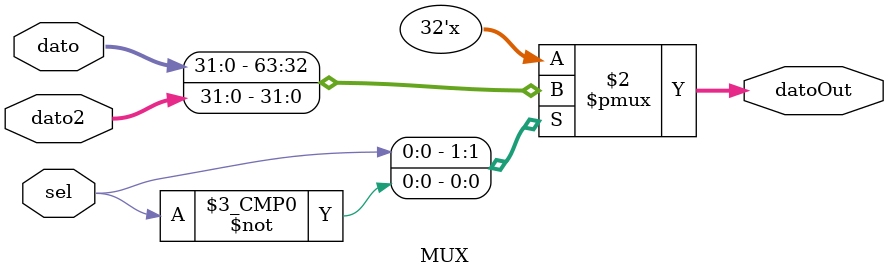
<source format=v>
module MUX
	#(parameter SIZE = 32)
	(
	input[SIZE-1:0] dato,
	input[SIZE-1:0] dato2,
	input sel,
	output reg[SIZE-1:0] datoOut
);


always @* begin
	case(sel)
		1'b1:
		begin	
			datoOut = dato;
		end
		1'b0:
		begin
			datoOut = dato2;
		end
	endcase
end


endmodule
</source>
